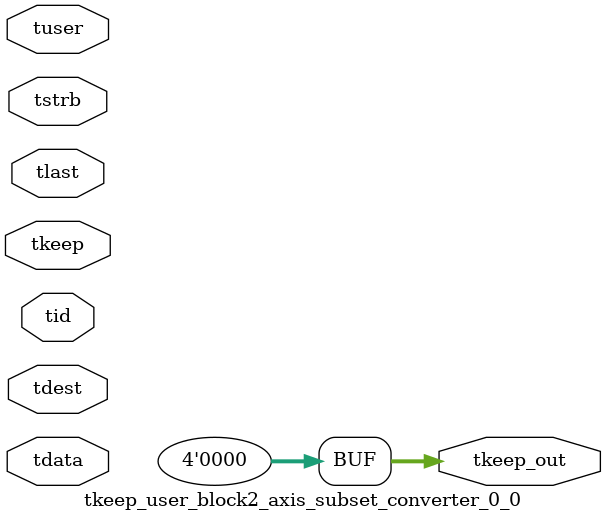
<source format=v>


`timescale 1ps/1ps

module tkeep_user_block2_axis_subset_converter_0_0 #
(
parameter C_S_AXIS_TDATA_WIDTH = 32,
parameter C_S_AXIS_TUSER_WIDTH = 0,
parameter C_S_AXIS_TID_WIDTH   = 0,
parameter C_S_AXIS_TDEST_WIDTH = 0,
parameter C_M_AXIS_TDATA_WIDTH = 32
)
(
input  [(C_S_AXIS_TDATA_WIDTH == 0 ? 1 : C_S_AXIS_TDATA_WIDTH)-1:0     ] tdata,
input  [(C_S_AXIS_TUSER_WIDTH == 0 ? 1 : C_S_AXIS_TUSER_WIDTH)-1:0     ] tuser,
input  [(C_S_AXIS_TID_WIDTH   == 0 ? 1 : C_S_AXIS_TID_WIDTH)-1:0       ] tid,
input  [(C_S_AXIS_TDEST_WIDTH == 0 ? 1 : C_S_AXIS_TDEST_WIDTH)-1:0     ] tdest,
input  [(C_S_AXIS_TDATA_WIDTH/8)-1:0 ] tkeep,
input  [(C_S_AXIS_TDATA_WIDTH/8)-1:0 ] tstrb,
input                                                                    tlast,
output [(C_M_AXIS_TDATA_WIDTH/8)-1:0 ] tkeep_out
);

assign tkeep_out = {1'b0};

endmodule


</source>
